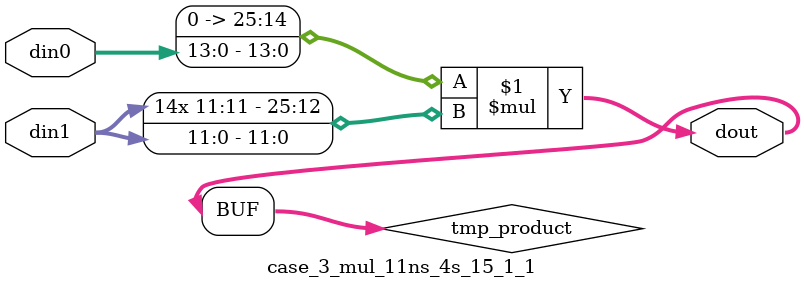
<source format=v>

`timescale 1 ns / 1 ps

 (* use_dsp = "no" *)  module case_3_mul_11ns_4s_15_1_1(din0, din1, dout);
parameter ID = 1;
parameter NUM_STAGE = 0;
parameter din0_WIDTH = 14;
parameter din1_WIDTH = 12;
parameter dout_WIDTH = 26;

input [din0_WIDTH - 1 : 0] din0; 
input [din1_WIDTH - 1 : 0] din1; 
output [dout_WIDTH - 1 : 0] dout;

wire signed [dout_WIDTH - 1 : 0] tmp_product;

























assign tmp_product = $signed({1'b0, din0}) * $signed(din1);










assign dout = tmp_product;





















endmodule

</source>
